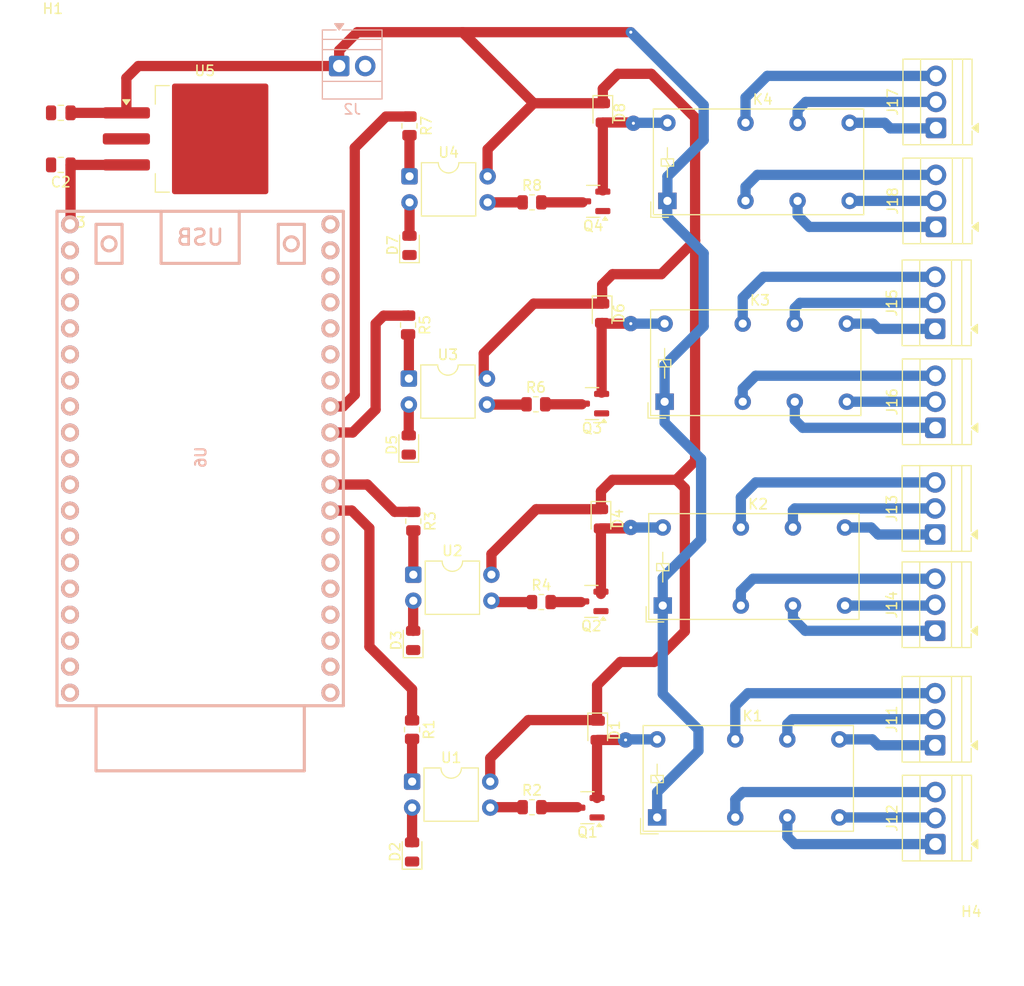
<source format=kicad_pcb>
(kicad_pcb (version 20241229) (generator "pcbnew") (generator_version "9.0")
  (layers (0 "F.Cu" signal) (2 "B.Cu" signal) (13 "F.Paste" user) (15 "B.Paste" user) (5 "F.SilkS" user "F.Silkscreen") (7 "B.SilkS" user "B.Silkscreen") (1 "F.Mask" user) (3 "B.Mask" user) (25 "Edge.Cuts" user))
  (net 0 "")
  (net 1 "Net-(D1-A)")
  (net 2 "Net-(D2-A)")
  (net 3 "GND")
  (net 4 "Net-(D3-A)")
  (net 5 "Net-(D4-A)")
  (net 6 "Net-(D5-A)")
  (net 7 "Net-(D6-A)")
  (net 8 "Net-(D7-A)")
  (net 9 "Net-(D8-A)")
  (net 10 "Net-(Q1-B)")
  (net 11 "Net-(Q2-B)")
  (net 12 "Net-(Q3-B)")
  (net 13 "Net-(Q4-B)")
  (net 14 "Net-(R1-Pad2)")
  (net 15 "Net-(R2-Pad1)")
  (net 16 "Net-(R3-Pad2)")
  (net 17 "Net-(R4-Pad1)")
  (net 18 "Net-(R5-Pad2)")
  (net 19 "Net-(R6-Pad1)")
  (net 20 "Net-(R7-Pad2)")
  (net 21 "Net-(R8-Pad1)")
  (net 22 "+5V")
  (net 23 "+12V")
  (net 24 "NC-1-11")
  (net 25 "NO-2-12")
  (net 26 "NC-2-13")
  (net 27 "CO-2-13")
  (net 28 "NO-2-13")
  (net 29 "NC-1-14")
  (net 30 "NO-1-14")
  (net 31 "CO-1-14")
  (net 32 "NC-2-15")
  (net 33 "CO-2-15")
  (net 34 "NO-2-15")
  (net 35 "NC-1-16")
  (net 36 "NO-1-16")
  (net 37 "CO-1-16")
  (net 38 "NO-2-17")
  (net 39 "NC-2-17")
  (net 40 "CO-2-17")
  (net 41 "NO-1-18")
  (net 42 "CO-1-18")
  (net 43 "NC-1-18")
  (net 44 "NC-2-12")
  (net 45 "CO-2-12")
  (net 46 "DATO K1")
  (net 47 "DATO K2")
  (net 48 "DATO K3")
  (net 49 "DATO K4")
  (net 80 "NO-1-11")
  (net 81 "CO-1-11")
  (footprint "TerminalBlock:TerminalBlock_Xinya_XY308-2.54-3P_1x03_P2.54mm_Horizontal" (layer "F.Cu") (at 119.0975 165.613 90)
    (property "Reference" "J11" (at 2.54 -4.22 90) (layer "F.SilkS"))
    (property "Value" "Screw_Terminal_01x03")
    (pad "1" thru_hole roundrect (at 0 0 90) (size 2 2) (drill 1.2) (layers "*.Cu" "*.Mask") (roundrect_rratio 0.125) (net 25 "NO-2-12"))
    (pad "2" thru_hole circle (at 2.54 0 90) (size 2 2) (drill 1.2) (layers "*.Cu" "*.Mask") (net 44 "NC-2-12"))
    (pad "3" thru_hole circle (at 5.08 0 90) (size 2 2) (drill 1.2) (layers "*.Cu" "*.Mask") (net 45 "CO-2-12"))
  )
  (footprint "Relay_THT:Relay_DPDT_Finder_30.22" (layer "F.Cu") (at 92.5285 151.9775)
    (property "Reference" "K2" (at 9.3 -9.9 0) (layer "F.SilkS"))
    (property "Value" "HK19F-DCxxV-SHC")
    (pad "11" thru_hole circle (at 7.62 0 90) (size 1.6 1.6) (drill 0.8) (layers "*.Cu" "*.Mask") (net 31 "CO-1-14"))
    (pad "12" thru_hole circle (at 12.7 0 90) (size 1.6 1.6) (drill 0.8) (layers "*.Cu" "*.Mask") (net 29 "NC-1-14"))
    (pad "14" thru_hole circle (at 17.78 0 90) (size 1.6 1.6) (drill 0.8) (layers "*.Cu" "*.Mask") (net 30 "NO-1-14"))
    (pad "21" thru_hole circle (at 7.62 -7.62 90) (size 1.6 1.6) (drill 0.8) (layers "*.Cu" "*.Mask") (net 27 "CO-2-13"))
    (pad "22" thru_hole circle (at 12.7 -7.62 90) (size 1.6 1.6) (drill 0.8) (layers "*.Cu" "*.Mask") (net 26 "NC-2-13"))
    (pad "24" thru_hole circle (at 17.78 -7.62 180) (size 1.6 1.6) (drill 0.8) (layers "*.Cu" "*.Mask") (net 28 "NO-2-13"))
    (pad "A1" thru_hole rect (at 0 0 90) (size 1.6 1.8) (drill 0.8) (layers "*.Cu" "*.Mask") (net 23 "+12V"))
    (pad "A2" thru_hole circle (at 0 -7.62 90) (size 1.6 1.6) (drill 0.8) (layers "*.Cu" "*.Mask") (net 5 "Net-(D4-A)"))
  )
  (footprint "TerminalBlock:TerminalBlock_Xinya_XY308-2.54-3P_1x03_P2.54mm_Horizontal" (layer "F.Cu") (at 119.0975 145.039 90)
    (property "Reference" "J13" (at 2.54 -4.22 90) (layer "F.SilkS"))
    (property "Value" "Screw_Terminal_01x03")
    (pad "1" thru_hole roundrect (at 0 0 90) (size 2 2) (drill 1.2) (layers "*.Cu" "*.Mask") (roundrect_rratio 0.125) (net 28 "NO-2-13"))
    (pad "2" thru_hole circle (at 2.54 0 90) (size 2 2) (drill 1.2) (layers "*.Cu" "*.Mask") (net 26 "NC-2-13"))
    (pad "3" thru_hole circle (at 5.08 0 90) (size 2 2) (drill 1.2) (layers "*.Cu" "*.Mask") (net 27 "CO-2-13"))
  )
  (footprint "TerminalBlock:TerminalBlock_Xinya_XY308-2.54-3P_1x03_P2.54mm_Horizontal" (layer "F.Cu") (at 119.0975 154.437 90)
    (property "Reference" "J14" (at 2.54 -4.22 90) (layer "F.SilkS"))
    (property "Value" "Screw_Terminal_01x03")
    (pad "1" thru_hole roundrect (at 0 0 90) (size 2 2) (drill 1.2) (layers "*.Cu" "*.Mask") (roundrect_rratio 0.125) (net 29 "NC-1-14"))
    (pad "2" thru_hole circle (at 2.54 0 90) (size 2 2) (drill 1.2) (layers "*.Cu" "*.Mask") (net 30 "NO-1-14"))
    (pad "3" thru_hole circle (at 5.08 0 90) (size 2 2) (drill 1.2) (layers "*.Cu" "*.Mask") (net 31 "CO-1-14"))
  )
  (footprint "Diode_SMD:D_0805_2012Metric" (layer "F.Cu") (at 86.68125 103.886 -90)
    (property "Reference" "D8" (at 0 -1.65 90) (layer "F.SilkS"))
    (property "Value" "D")
    (pad "1" smd roundrect (at -0.9375 0 270) (size 0.975 1.4) (layers "F.Cu" "F.Mask" "F.Paste") (net 23 "+12V"))
    (pad "2" smd roundrect (at 0.9375 0 270) (size 0.975 1.4) (layers "F.Cu" "F.Mask" "F.Paste") (net 9 "Net-(D8-A)"))
  )
  (footprint "TerminalBlock:TerminalBlock_Xinya_XY308-2.54-3P_1x03_P2.54mm_Horizontal" (layer "F.Cu") (at 119.18125 115.0175 90)
    (property "Reference" "J18" (at 2.54 -4.22 90) (layer "F.SilkS"))
    (property "Value" "Screw_Terminal_01x03")
    (pad "1" thru_hole roundrect (at 0 0 90) (size 2 2) (drill 1.2) (layers "*.Cu" "*.Mask") (roundrect_rratio 0.125) (net 43 "NC-1-18"))
    (pad "2" thru_hole circle (at 2.54 0 90) (size 2 2) (drill 1.2) (layers "*.Cu" "*.Mask") (net 41 "NO-1-18"))
    (pad "3" thru_hole circle (at 5.08 0 90) (size 2 2) (drill 1.2) (layers "*.Cu" "*.Mask") (net 42 "CO-1-18"))
  )
  (footprint "Package_DIP:DIP-4_W7.62mm" (layer "F.Cu") (at 68.19375 148.965)
    (property "Reference" "U2" (at 3.81 -2.33 0) (layer "F.SilkS"))
    (property "Value" "EL817")
    (pad "1" thru_hole roundrect (at 0 0) (size 1.6 1.6) (drill 0.8) (layers "*.Cu" "*.Mask") (roundrect_rratio 0.15625) (net 16 "Net-(R3-Pad2)"))
    (pad "2" thru_hole circle (at 0 2.54) (size 1.6 1.6) (drill 0.8) (layers "*.Cu" "*.Mask") (net 4 "Net-(D3-A)"))
    (pad "3" thru_hole circle (at 7.62 2.54) (size 1.6 1.6) (drill 0.8) (layers "*.Cu" "*.Mask") (net 17 "Net-(R4-Pad1)"))
    (pad "4" thru_hole circle (at 7.62 0) (size 1.6 1.6) (drill 0.8) (layers "*.Cu" "*.Mask") (net 23 "+12V"))
  )
  (footprint "Package_TO_SOT_SMD:SOT-23" (layer "F.Cu") (at 85.56125 151.572 180)
    (property "Reference" "Q2" (at 0 -2.4 0) (layer "F.SilkS"))
    (property "Value" "BF457")
    (pad "1" smd roundrect (at -0.9375 -0.95 180) (size 1.475 0.6) (layers "F.Cu" "F.Mask" "F.Paste") (net 3 "GND"))
    (pad "2" smd roundrect (at -0.9375 0.95 180) (size 1.475 0.6) (layers "F.Cu" "F.Mask" "F.Paste") (net 5 "Net-(D4-A)"))
    (pad "3" smd roundrect (at 0.9375 0 180) (size 1.475 0.6) (layers "F.Cu" "F.Mask" "F.Paste") (net 11 "Net-(Q2-B)"))
  )
  (footprint "Relay_THT:Relay_DPDT_Finder_30.22" (layer "F.Cu") (at 92.98125 112.4775)
    (property "Reference" "K4" (at 9.3 -9.9 0) (layer "F.SilkS"))
    (property "Value" "HK19F-DCxxV-SHC")
    (pad "11" thru_hole circle (at 7.62 0 90) (size 1.6 1.6) (drill 0.8) (layers "*.Cu" "*.Mask") (net 42 "CO-1-18"))
    (pad "12" thru_hole circle (at 12.7 0 90) (size 1.6 1.6) (drill 0.8) (layers "*.Cu" "*.Mask") (net 43 "NC-1-18"))
    (pad "14" thru_hole circle (at 17.78 0 90) (size 1.6 1.6) (drill 0.8) (layers "*.Cu" "*.Mask") (net 41 "NO-1-18"))
    (pad "21" thru_hole circle (at 7.62 -7.62 90) (size 1.6 1.6) (drill 0.8) (layers "*.Cu" "*.Mask") (net 40 "CO-2-17"))
    (pad "22" thru_hole circle (at 12.7 -7.62 90) (size 1.6 1.6) (drill 0.8) (layers "*.Cu" "*.Mask") (net 39 "NC-2-17"))
    (pad "24" thru_hole circle (at 17.78 -7.62 180) (size 1.6 1.6) (drill 0.8) (layers "*.Cu" "*.Mask") (net 38 "NO-2-17"))
    (pad "A1" thru_hole rect (at 0 0 90) (size 1.6 1.8) (drill 0.8) (layers "*.Cu" "*.Mask") (net 23 "+12V"))
    (pad "A2" thru_hole circle (at 0 -7.62 90) (size 1.6 1.6) (drill 0.8) (layers "*.Cu" "*.Mask") (net 9 "Net-(D8-A)"))
  )
  (footprint "TerminalBlock:TerminalBlock_Xinya_XY308-2.54-3P_1x03_P2.54mm_Horizontal" (layer "F.Cu") (at 119.0975 124.968 90)
    (property "Reference" "J15" (at 2.54 -4.22 90) (layer "F.SilkS"))
    (property "Value" "Screw_Terminal_01x03")
    (pad "1" thru_hole roundrect (at 0 0 90) (size 2 2) (drill 1.2) (layers "*.Cu" "*.Mask") (roundrect_rratio 0.125) (net 34 "NO-2-15"))
    (pad "2" thru_hole circle (at 2.54 0 90) (size 2 2) (drill 1.2) (layers "*.Cu" "*.Mask") (net 32 "NC-2-15"))
    (pad "3" thru_hole circle (at 5.08 0 90) (size 2 2) (drill 1.2) (layers "*.Cu" "*.Mask") (net 33 "CO-2-15"))
  )
  (footprint "TerminalBlock:TerminalBlock_Xinya_XY308-2.54-3P_1x03_P2.54mm_Horizontal" (layer "F.Cu") (at 119.126 134.625 90)
    (property "Reference" "J16" (at 2.54 -4.22 90) (layer "F.SilkS"))
    (property "Value" "Screw_Terminal_01x03")
    (pad "1" thru_hole roundrect (at 0 0 90) (size 2 2) (drill 1.2) (layers "*.Cu" "*.Mask") (roundrect_rratio 0.125) (net 35 "NC-1-16"))
    (pad "2" thru_hole circle (at 2.54 0 90) (size 2 2) (drill 1.2) (layers "*.Cu" "*.Mask") (net 36 "NO-1-16"))
    (pad "3" thru_hole circle (at 5.08 0 90) (size 2 2) (drill 1.2) (layers "*.Cu" "*.Mask") (net 37 "CO-1-16"))
  )
  (footprint "TerminalBlock:TerminalBlock_Xinya_XY308-2.54-3P_1x03_P2.54mm_Horizontal" (layer "F.Cu") (at 119.126 175.26 90)
    (property "Reference" "J12" (at 2.54 -4.22 90) (layer "F.SilkS"))
    (property "Value" "Screw_Terminal_01x03")
    (pad "1" thru_hole roundrect (at 0 0 90) (size 2 2) (drill 1.2) (layers "*.Cu" "*.Mask") (roundrect_rratio 0.125) (net 24 "NC-1-11"))
    (pad "2" thru_hole circle (at 2.54 0 90) (size 2 2) (drill 1.2) (layers "*.Cu" "*.Mask") (net 80 "NO-1-11"))
    (pad "3" thru_hole circle (at 5.08 0 90) (size 2 2) (drill 1.2) (layers "*.Cu" "*.Mask") (net 81 "CO-1-11"))
  )
  (footprint "Capacitor_SMD:C_0805_2012Metric" (layer "F.Cu") (at 33.804 108.966 180)
    (property "Reference" "C2" (at 0 -1.68 0) (layer "F.SilkS"))
    (property "Value" "0.1")
    (pad "1" smd roundrect (at -0.95 0 180) (size 1 1.45) (layers "F.Cu" "F.Mask" "F.Paste") (net 22 "+5V"))
    (pad "2" smd roundrect (at 0.95 0 180) (size 1 1.45) (layers "F.Cu" "F.Mask" "F.Paste") (net 3 "GND"))
  )
  (footprint "LED_SMD:LED_0805_2012Metric" (layer "F.Cu") (at 67.818 116.8225 90)
    (property "Reference" "D7" (at 0 -1.65 90) (layer "F.SilkS"))
    (property "Value" "LED")
    (pad "1" smd roundrect (at -0.9375 0 90) (size 0.975 1.4) (layers "F.Cu" "F.Mask" "F.Paste") (net 3 "GND"))
    (pad "2" smd roundrect (at 0.9375 0 90) (size 0.975 1.4) (layers "F.Cu" "F.Mask" "F.Paste") (net 8 "Net-(D7-A)"))
  )
  (footprint "LED_SMD:LED_0805_2012Metric" (layer "F.Cu") (at 68.1775 155.38 90)
    (property "Reference" "D3" (at 0 -1.65 90) (layer "F.SilkS"))
    (property "Value" "LED")
    (pad "1" smd roundrect (at -0.9375 0 90) (size 0.975 1.4) (layers "F.Cu" "F.Mask" "F.Paste") (net 3 "GND"))
    (pad "2" smd roundrect (at 0.9375 0 90) (size 0.975 1.4) (layers "F.Cu" "F.Mask" "F.Paste") (net 4 "Net-(D3-A)"))
  )
  (footprint "Resistor_SMD:R_0805_2012Metric" (layer "F.Cu") (at 79.76875 112.6225)
    (property "Reference" "R8" (at 0 -1.65 0) (layer "F.SilkS"))
    (property "Value" "510")
    (pad "1" smd roundrect (at -0.9125 0) (size 1.025 1.4) (layers "F.Cu" "F.Mask" "F.Paste") (roundrect_rratio 0.243902) (net 21 "Net-(R8-Pad1)"))
    (pad "2" smd roundrect (at 0.9125 0) (size 1.025 1.4) (layers "F.Cu" "F.Mask" "F.Paste") (roundrect_rratio 0.243902) (net 13 "Net-(Q4-B)"))
  )
  (footprint "MountingHole:MountingHole_2.1mm" (layer "F.Cu") (at 122.6275 185.0525)
    (property "Reference" "H4" (at 0 -3.2 0) (layer "F.SilkS"))
    (property "Value" "MountingHole")
    (pad "" np_thru_hole circle (at 0 0) (size 2.1 2.1) (drill 2.1) (layers "*.Cu" "*.Mask"))
  )
  (footprint "Diode_SMD:D_0805_2012Metric" (layer "F.Cu") (at 86.614 123.444 -90)
    (property "Reference" "D6" (at 0 -1.65 90) (layer "F.SilkS"))
    (property "Value" "D")
    (pad "1" smd roundrect (at -0.9375 0 270) (size 0.975 1.4) (layers "F.Cu" "F.Mask" "F.Paste") (net 23 "+12V"))
    (pad "2" smd roundrect (at 0.9375 0 270) (size 0.975 1.4) (layers "F.Cu" "F.Mask" "F.Paste") (net 7 "Net-(D6-A)"))
  )
  (footprint "Resistor_SMD:R_0805_2012Metric" (layer "F.Cu") (at 80.68125 151.638)
    (property "Reference" "R4" (at 0 -1.65 0) (layer "F.SilkS"))
    (property "Value" "510")
    (pad "1" smd roundrect (at -0.9125 0) (size 1.025 1.4) (layers "F.Cu" "F.Mask" "F.Paste") (roundrect_rratio 0.243902) (net 17 "Net-(R4-Pad1)"))
    (pad "2" smd roundrect (at 0.9125 0) (size 1.025 1.4) (layers "F.Cu" "F.Mask" "F.Paste") (roundrect_rratio 0.243902) (net 11 "Net-(Q2-B)"))
  )
  (footprint "Package_TO_SOT_SMD:SOT-23" (layer "F.Cu") (at 85.74375 112.522 180)
    (property "Reference" "Q4" (at 0 -2.4 0) (layer "F.SilkS"))
    (property "Value" "BF457")
    (pad "1" smd roundrect (at -0.9375 -0.95 180) (size 1.475 0.6) (layers "F.Cu" "F.Mask" "F.Paste") (net 3 "GND"))
    (pad "2" smd roundrect (at -0.9375 0.95 180) (size 1.475 0.6) (layers "F.Cu" "F.Mask" "F.Paste") (net 9 "Net-(D8-A)"))
    (pad "3" smd roundrect (at 0.9375 0 180) (size 1.475 0.6) (layers "F.Cu" "F.Mask" "F.Paste") (net 13 "Net-(Q4-B)"))
  )
  (footprint "Package_DIP:DIP-4_W7.62mm" (layer "F.Cu") (at 67.75875 129.82)
    (property "Reference" "U3" (at 3.805 -2.325 0) (layer "F.SilkS"))
    (property "Value" "EL817")
    (pad "1" thru_hole roundrect (at 0 0) (size 1.6 1.6) (drill 0.8) (layers "*.Cu" "*.Mask") (roundrect_rratio 0.15625) (net 18 "Net-(R5-Pad2)"))
    (pad "2" thru_hole circle (at 0 2.54) (size 1.6 1.6) (drill 0.8) (layers "*.Cu" "*.Mask") (net 6 "Net-(D5-A)"))
    (pad "3" thru_hole circle (at 7.62 2.54) (size 1.6 1.6) (drill 0.8) (layers "*.Cu" "*.Mask") (net 19 "Net-(R6-Pad1)"))
    (pad "4" thru_hole circle (at 7.62 0) (size 1.6 1.6) (drill 0.8) (layers "*.Cu" "*.Mask") (net 23 "+12V"))
  )
  (footprint "LED_SMD:LED_0805_2012Metric" (layer "F.Cu") (at 68.072 176.022 90)
    (property "Reference" "D2" (at 0 -1.65 90) (layer "F.SilkS"))
    (property "Value" "LED")
    (pad "1" smd roundrect (at -0.9375 0 90) (size 0.975 1.4) (layers "F.Cu" "F.Mask" "F.Paste") (net 3 "GND"))
    (pad "2" smd roundrect (at 0.9375 0 90) (size 0.975 1.4) (layers "F.Cu" "F.Mask" "F.Paste") (net 2 "Net-(D2-A)"))
  )
  (footprint "Resistor_SMD:R_0805_2012Metric" (layer "F.Cu") (at 67.68125 124.595 -90)
    (property "Reference" "R5" (at 0 -1.65 90) (layer "F.SilkS"))
    (property "Value" "1k")
    (pad "1" smd roundrect (at -0.9125 0 270) (size 1.025 1.4) (layers "F.Cu" "F.Mask" "F.Paste") (roundrect_rratio 0.243902) (net 48 "DATO K3"))
    (pad "2" smd roundrect (at 0.9125 0 270) (size 1.025 1.4) (layers "F.Cu" "F.Mask" "F.Paste") (roundrect_rratio 0.243902) (net 18 "Net-(R5-Pad2)"))
  )
  (footprint "Relay_THT:Relay_DPDT_Finder_30.22" (layer "F.Cu") (at 92.71 132.08)
    (property "Reference" "K3" (at 9.3 -9.9 0) (layer "F.SilkS"))
    (property "Value" "HK19F-DCxxV-SHC")
    (pad "11" thru_hole circle (at 7.62 0 90) (size 1.6 1.6) (drill 0.8) (layers "*.Cu" "*.Mask") (net 37 "CO-1-16"))
    (pad "12" thru_hole circle (at 12.7 0 90) (size 1.6 1.6) (drill 0.8) (layers "*.Cu" "*.Mask") (net 35 "NC-1-16"))
    (pad "14" thru_hole circle (at 17.78 0 90) (size 1.6 1.6) (drill 0.8) (layers "*.Cu" "*.Mask") (net 36 "NO-1-16"))
    (pad "21" thru_hole circle (at 7.62 -7.62 90) (size 1.6 1.6) (drill 0.8) (layers "*.Cu" "*.Mask") (net 33 "CO-2-15"))
    (pad "22" thru_hole circle (at 12.7 -7.62 90) (size 1.6 1.6) (drill 0.8) (layers "*.Cu" "*.Mask") (net 32 "NC-2-15"))
    (pad "24" thru_hole circle (at 17.78 -7.62 180) (size 1.6 1.6) (drill 0.8) (layers "*.Cu" "*.Mask") (net 34 "NO-2-15"))
    (pad "A1" thru_hole rect (at 0 0 90) (size 1.6 1.8) (drill 0.8) (layers "*.Cu" "*.Mask") (net 23 "+12V"))
    (pad "A2" thru_hole circle (at 0 -7.62 90) (size 1.6 1.6) (drill 0.8) (layers "*.Cu" "*.Mask") (net 7 "Net-(D6-A)"))
  )
  (footprint "TerminalBlock:TerminalBlock_Xinya_XY308-2.54-3P_1x03_P2.54mm_Horizontal" (layer "F.Cu") (at 119.18125 105.3575 90)
    (property "Reference" "J17" (at 2.54 -4.22 90) (layer "F.SilkS"))
    (property "Value" "Screw_Terminal_01x03" (hide yes))
    (pad "1" thru_hole roundrect (at 0 0 90) (size 2 2) (drill 1.2) (layers "*.Cu" "*.Mask") (roundrect_rratio 0.125) (net 38 "NO-2-17"))
    (pad "2" thru_hole circle (at 2.54 0 90) (size 2 2) (drill 1.2) (layers "*.Cu" "*.Mask") (net 39 "NC-2-17"))
    (pad "3" thru_hole circle (at 5.08 0 90) (size 2 2) (drill 1.2) (layers "*.Cu" "*.Mask") (net 40 "CO-2-17"))
  )
  (footprint "Resistor_SMD:R_0805_2012Metric" (layer "F.Cu") (at 67.818 105.156 -90)
    (property "Reference" "R7" (at 0 -1.65 90) (layer "F.SilkS"))
    (property "Value" "1k")
    (pad "1" smd roundrect (at -0.9125 0 270) (size 1.025 1.4) (layers "F.Cu" "F.Mask" "F.Paste") (roundrect_rratio 0.243902) (net 49 "DATO K4"))
    (pad "2" smd roundrect (at 0.9125 0 270) (size 1.025 1.4) (layers "F.Cu" "F.Mask" "F.Paste") (roundrect_rratio 0.243902) (net 20 "Net-(R7-Pad2)"))
  )
  (footprint "Package_TO_SOT_SMD:TO-263-3_TabPin2" (layer "F.Cu") (at 47.849 106.426)
    (property "Reference" "U5" (at 0 -6.65 0) (layer "F.SilkS"))
    (property "Value" "L7805")
    (pad "1" smd roundrect (at -7.65 -2.54) (size 4.6 1.1) (layers "F.Cu" "F.Mask" "F.Paste") (roundrect_rratio 0.227273) (net 23 "+12V"))
    (pad "2" smd roundrect (at -7.65 0) (size 4.6 1.1) (layers "F.Cu" "F.Mask" "F.Paste") (roundrect_rratio 0.227273) (net 3 "GND"))
    (pad "2" smd roundrect (at 1.5 0) (size 9.4 10.8) (layers "F.Cu" "F.Mask") (roundrect_rratio 0.026596) (net 3 "GND"))
    (pad "3" smd roundrect (at -7.65 2.54) (size 4.6 1.1) (layers "F.Cu" "F.Mask" "F.Paste") (roundrect_rratio 0.227273) (net 22 "+5V"))
  )
  (footprint "Resistor_SMD:R_0805_2012Metric" (layer "F.Cu") (at 68.19375 143.74 -90)
    (property "Reference" "R3" (at 0 -1.65 90) (layer "F.SilkS"))
    (property "Value" "1k")
    (pad "1" smd roundrect (at -0.9125 0 270) (size 1.025 1.4) (layers "F.Cu" "F.Mask" "F.Paste") (roundrect_rratio 0.243902) (net 47 "DATO K2"))
    (pad "2" smd roundrect (at 0.9125 0 270) (size 1.025 1.4) (layers "F.Cu" "F.Mask" "F.Paste") (roundrect_rratio 0.243902) (net 16 "Net-(R3-Pad2)"))
  )
  (footprint "LED_SMD:LED_0805_2012Metric" (layer "F.Cu") (at 67.7475 136.3025 90)
    (property "Reference" "D5" (at 0 -1.65 90) (layer "F.SilkS"))
    (property "Value" "LED")
    (pad "1" smd roundrect (at -0.9375 0 90) (size 0.975 1.4) (layers "F.Cu" "F.Mask" "F.Paste") (net 3 "GND"))
    (pad "2" smd roundrect (at 0.9375 0 90) (size 0.975 1.4) (layers "F.Cu" "F.Mask" "F.Paste") (net 6 "Net-(D5-A)"))
  )
  (footprint "Capacitor_SMD:C_0805_2012Metric" (layer "F.Cu") (at 33.804 103.886 180)
    (property "Reference" "C1" (hide yes))
    (property "Value" "0.33")
    (pad "1" smd roundrect (at -0.95 0 180) (size 1 1.45) (layers "F.Cu" "F.Mask" "F.Paste") (net 23 "+12V"))
    (pad "2" smd roundrect (at 0.95 0 180) (size 1 1.45) (layers "F.Cu" "F.Mask" "F.Paste") (net 3 "GND"))
  )
  (footprint "Package_TO_SOT_SMD:SOT-23" (layer "F.Cu") (at 85.62625 132.268 180)
    (property "Reference" "Q3" (at 0 -2.4 0) (layer "F.SilkS"))
    (property "Value" "BF457")
    (pad "1" smd roundrect (at -0.9375 -0.95 180) (size 1.475 0.6) (layers "F.Cu" "F.Mask" "F.Paste") (net 3 "GND"))
    (pad "2" smd roundrect (at -0.9375 0.95 180) (size 1.475 0.6) (layers "F.Cu" "F.Mask" "F.Paste") (net 7 "Net-(D6-A)"))
    (pad "3" smd roundrect (at 0.9375 0 180) (size 1.475 0.6) (layers "F.Cu" "F.Mask" "F.Paste") (net 12 "Net-(Q3-B)"))
  )
  (footprint "Resistor_SMD:R_0805_2012Metric" (layer "F.Cu") (at 80.15125 132.334)
    (property "Reference" "R6" (at 0 -1.65 0) (layer "F.SilkS"))
    (property "Value" "510")
    (pad "1" smd roundrect (at -0.9125 0) (size 1.025 1.4) (layers "F.Cu" "F.Mask" "F.Paste") (roundrect_rratio 0.243902) (net 19 "Net-(R6-Pad1)"))
    (pad "2" smd roundrect (at 0.9125 0) (size 1.025 1.4) (layers "F.Cu" "F.Mask" "F.Paste") (roundrect_rratio 0.243902) (net 12 "Net-(Q3-B)"))
  )
  (footprint "Diode_SMD:D_0805_2012Metric" (layer "F.Cu") (at 86.49875 143.51 -90)
    (property "Reference" "D4" (at 0 -1.65 90) (layer "F.SilkS"))
    (property "Value" "D")
    (pad "1" smd roundrect (at -0.9375 0 270) (size 0.975 1.4) (layers "F.Cu" "F.Mask" "F.Paste") (net 23 "+12V"))
    (pad "2" smd roundrect (at 0.9375 0 270) (size 0.975 1.4) (layers "F.Cu" "F.Mask" "F.Paste") (net 5 "Net-(D4-A)"))
  )
  (footprint "Resistor_SMD:R_0805_2012Metric" (layer "F.Cu") (at 79.76875 171.6575)
    (property "Reference" "R2" (at 0 -1.65 0) (layer "F.SilkS"))
    (property "Value" "510")
    (pad "1" smd roundrect (at -0.9125 0) (size 1.025 1.4) (layers "F.Cu" "F.Mask" "F.Paste") (roundrect_rratio 0.243902) (net 15 "Net-(R2-Pad1)"))
    (pad "2" smd roundrect (at 0.9125 0) (size 1.025 1.4) (layers "F.Cu" "F.Mask" "F.Paste") (roundrect_rratio 0.243902) (net 10 "Net-(Q1-B)"))
  )
  (footprint "Relay_THT:Relay_DPDT_Finder_30.22" (layer "F.Cu") (at 91.98125 172.6575)
    (property "Reference" "K1" (at 9.3 -9.9 0) (layer "F.SilkS"))
    (property "Value" "HK19F-DCxxV-SHC")
    (pad "11" thru_hole circle (at 7.62 0 90) (size 1.6 1.6) (drill 0.8) (layers "*.Cu" "*.Mask") (net 81 "CO-1-11"))
    (pad "12" thru_hole circle (at 12.7 0 90) (size 1.6 1.6) (drill 0.8) (layers "*.Cu" "*.Mask") (net 24 "NC-1-11"))
    (pad "14" thru_hole circle (at 17.78 0 90) (size 1.6 1.6) (drill 0.8) (layers "*.Cu" "*.Mask") (net 80 "NO-1-11"))
    (pad "21" thru_hole circle (at 7.62 -7.62 90) (size 1.6 1.6) (drill 0.8) (layers "*.Cu" "*.Mask") (net 45 "CO-2-12"))
    (pad "22" thru_hole circle (at 12.7 -7.62 90) (size 1.6 1.6) (drill 0.8) (layers "*.Cu" "*.Mask") (net 44 "NC-2-12"))
    (pad "24" thru_hole circle (at 17.78 -7.62 180) (size 1.6 1.6) (drill 0.8) (layers "*.Cu" "*.Mask") (net 25 "NO-2-12"))
    (pad "A1" thru_hole rect (at 0 0 90) (size 1.6 1.8) (drill 0.8) (layers "*.Cu" "*.Mask") (net 23 "+12V"))
    (pad "A2" thru_hole circle (at 0 -7.62 90) (size 1.6 1.6) (drill 0.8) (layers "*.Cu" "*.Mask") (net 1 "Net-(D1-A)"))
  )
  (footprint "Diode_SMD:D_0805_2012Metric" (layer "F.Cu") (at 86.18125 164.1575 -90)
    (property "Reference" "D1" (at 0 -1.65 90) (layer "F.SilkS"))
    (property "Value" "D")
    (pad "1" smd roundrect (at -0.9375 0 270) (size 0.975 1.4) (layers "F.Cu" "F.Mask" "F.Paste") (net 23 "+12V"))
    (pad "2" smd roundrect (at 0.9375 0 270) (size 0.975 1.4) (layers "F.Cu" "F.Mask" "F.Paste") (net 1 "Net-(D1-A)"))
  )
  (footprint "MountingHole:MountingHole_2.1mm" (layer "F.Cu") (at 33.02 96.9185)
    (property "Reference" "H1" (at 0 -3.2 0) (layer "F.SilkS"))
    (property "Value" "MountingHole")
    (pad "" np_thru_hole circle (at 0 0) (size 2.1 2.1) (drill 2.1) (layers "*.Cu" "*.Mask"))
  )
  (footprint "Package_DIP:DIP-4_W7.62mm" (layer "F.Cu") (at 67.823 110.0825)
    (property "Reference" "U4" (at 3.81 -2.33 0) (layer "F.SilkS"))
    (property "Value" "EL817" (hide yes))
    (pad "1" thru_hole roundrect (at 0 0) (size 1.6 1.6) (drill 0.8) (layers "*.Cu" "*.Mask") (roundrect_rratio 0.15625) (net 20 "Net-(R7-Pad2)"))
    (pad "2" thru_hole circle (at 0 2.54) (size 1.6 1.6) (drill 0.8) (layers "*.Cu" "*.Mask") (net 8 "Net-(D7-A)"))
    (pad "3" thru_hole circle (at 7.62 2.54) (size 1.6 1.6) (drill 0.8) (layers "*.Cu" "*.Mask") (net 21 "Net-(R8-Pad1)"))
    (pad "4" thru_hole circle (at 7.62 0) (size 1.6 1.6) (drill 0.8) (layers "*.Cu" "*.Mask") (net 23 "+12V"))
  )
  (footprint "MountingHole:MountingHole_2.1mm" (layer "F.Cu") (at 33.6175 185.0825)
    (property "Reference" "H3" (at 1.6225 -70.5125 0) (layer "F.SilkS"))
    (property "Value" "MountingHole")
    (pad "" np_thru_hole circle (at 0 0) (size 2.1 2.1) (drill 2.1) (layers "*.Cu" "*.Mask"))
  )
  (footprint "Package_TO_SOT_SMD:SOT-23" (layer "F.Cu") (at 85.18125 171.7075 180)
    (property "Reference" "Q1" (at 0 -2.4 0) (layer "F.SilkS"))
    (property "Value" "BF457")
    (pad "1" smd roundrect (at -0.9375 -0.95 180) (size 1.475 0.6) (layers "F.Cu" "F.Mask" "F.Paste") (net 3 "GND"))
    (pad "2" smd roundrect (at -0.9375 0.95 180) (size 1.475 0.6) (layers "F.Cu" "F.Mask" "F.Paste") (net 1 "Net-(D1-A)"))
    (pad "3" smd roundrect (at 0.9375 0 180) (size 1.475 0.6) (layers "F.Cu" "F.Mask" "F.Paste") (net 10 "Net-(Q1-B)"))
  )
  (footprint "Package_DIP:DIP-4_W7.62mm" (layer "F.Cu") (at 68.077 169.159)
    (property "Reference" "U1" (at 3.81 -2.33 0) (layer "F.SilkS"))
    (property "Value" "EL817")
    (pad "1" thru_hole roundrect (at 0 0) (size 1.6 1.6) (drill 0.8) (layers "*.Cu" "*.Mask") (roundrect_rratio 0.15625) (net 14 "Net-(R1-Pad2)"))
    (pad "2" thru_hole circle (at 0 2.54) (size 1.6 1.6) (drill 0.8) (layers "*.Cu" "*.Mask") (net 2 "Net-(D2-A)"))
    (pad "3" thru_hole circle (at 7.62 2.54) (size 1.6 1.6) (drill 0.8) (layers "*.Cu" "*.Mask") (net 15 "Net-(R2-Pad1)"))
    (pad "4" thru_hole circle (at 7.62 0) (size 1.6 1.6) (drill 0.8) (layers "*.Cu" "*.Mask") (net 23 "+12V"))
  )
  (footprint "Resistor_SMD:R_0805_2012Metric" (layer "F.Cu") (at 68.072 164.084 -90)
    (property "Reference" "R1" (at 0 -1.65 90) (layer "F.SilkS"))
    (property "Value" "1k")
    (pad "1" smd roundrect (at -0.9125 0 270) (size 1.025 1.4) (layers "F.Cu" "F.Mask" "F.Paste") (roundrect_rratio 0.243902) (net 46 "DATO K1"))
    (pad "2" smd roundrect (at 0.9125 0 270) (size 1.025 1.4) (layers "F.Cu" "F.Mask" "F.Paste") (roundrect_rratio 0.243902) (net 14 "Net-(R1-Pad2)"))
  )
  (footprint "EESTN5:ESP32_DEVKITC" (layer "B.Cu") (at 47.4 137.625 90)
    (property "Reference" "U6" (at 0.127 0.0635 90) (layer "B.SilkS") (effects (font (size 1.016 1.016) (thickness 0.2032)) (justify mirror)))
    (property "Value" "ESP32_DEVKITC" (hide yes))
    (fp_text user "USB" (at 21.59 0 0) (layer "B.SilkS") (effects (font (size 1.524 1.524) (thickness 0.254)) (justify mirror)))
    (pad "1" thru_hole circle (at -22.86 -12.7 90) (size 1.75 1.75) (drill 1) (layers "*.Cu" "*.Mask" "B.SilkS"))
    (pad "2" thru_hole circle (at -20.32 -12.7 90) (size 1.75 1.75) (drill 1) (layers "*.Cu" "*.Mask" "B.SilkS"))
    (pad "3" thru_hole circle (at -17.78 -12.7 90) (size 1.75 1.75) (drill 1) (layers "*.Cu" "*.Mask" "B.SilkS"))
    (pad "4" thru_hole circle (at -15.24 -12.7 90) (size 1.75 1.75) (drill 1) (layers "*.Cu" "*.Mask" "B.SilkS"))
    (pad "5" thru_hole circle (at -12.7 -12.7 90) (size 1.75 1.75) (drill 1) (layers "*.Cu" "*.Mask" "B.SilkS"))
    (pad "6" thru_hole circle (at -10.16 -12.7 90) (size 1.75 1.75) (drill 1) (layers "*.Cu" "*.Mask" "B.SilkS"))
    (pad "7" thru_hole circle (at -7.62 -12.7 90) (size 1.75 1.75) (drill 1) (layers "*.Cu" "*.Mask" "B.SilkS"))
    (pad "8" thru_hole circle (at -5.08 -12.7 90) (size 1.75 1.75) (drill 1) (layers "*.Cu" "*.Mask" "B.SilkS"))
    (pad "9" thru_hole circle (at -2.54 -12.7 90) (size 1.75 1.75) (drill 1) (layers "*.Cu" "*.Mask" "B.SilkS"))
    (pad "10" thru_hole circle (at 0 -12.7 90) (size 1.75 1.75) (drill 1) (layers "*.Cu" "*.Mask" "B.SilkS"))
    (pad "11" thru_hole circle (at 2.54 -12.7 90) (size 1.75 1.75) (drill 1) (layers "*.Cu" "*.Mask" "B.SilkS"))
    (pad "12" thru_hole circle (at 5.08 -12.7 90) (size 1.75 1.75) (drill 1) (layers "*.Cu" "*.Mask" "B.SilkS"))
    (pad "13" thru_hole circle (at 7.62 -12.7 90) (size 1.75 1.75) (drill 1) (layers "*.Cu" "*.Mask" "B.SilkS"))
    (pad "14" thru_hole circle (at 10.16 -12.7 90) (size 1.75 1.75) (drill 1) (layers "*.Cu" "*.Mask" "B.SilkS") (net 3 "GND"))
    (pad "15" thru_hole circle (at 12.7 -12.7 90) (size 1.75 1.75) (drill 1) (layers "*.Cu" "*.Mask" "B.SilkS"))
    (pad "16" thru_hole circle (at 15.24 -12.7 90) (size 1.75 1.75) (drill 1) (layers "*.Cu" "*.Mask" "B.SilkS"))
    (pad "17" thru_hole circle (at 17.78 -12.7 90) (size 1.75 1.75) (drill 1) (layers "*.Cu" "*.Mask" "B.SilkS"))
    (pad "18" thru_hole circle (at 20.32 -12.7 90) (size 1.75 1.75) (drill 1) (layers "*.Cu" "*.Mask" "B.SilkS"))
    (pad "19" thru_hole circle (at 22.86 -12.7 90) (size 1.75 1.75) (drill 1) (layers "*.Cu" "*.Mask" "B.SilkS") (net 22 "+5V"))
    (pad "20" thru_hole circle (at 22.86 12.7 270) (size 1.75 1.75) (drill 1) (layers "*.Cu" "*.Mask" "B.SilkS"))
    (pad "21" thru_hole circle (at 20.32 12.7 270) (size 1.75 1.75) (drill 1) (layers "*.Cu" "*.Mask" "B.SilkS"))
    (pad "22" thru_hole circle (at 17.78 12.7 270) (size 1.75 1.75) (drill 1) (layers "*.Cu" "*.Mask" "B.SilkS"))
    (pad "23" thru_hole circle (at 15.24 12.7 270) (size 1.75 1.75) (drill 1) (layers "*.Cu" "*.Mask" "B.SilkS"))
    (pad "24" thru_hole circle (at 12.7 12.7 270) (size 1.75 1.75) (drill 1) (layers "*.Cu" "*.Mask" "B.SilkS"))
    (pad "25" thru_hole circle (at 10.16 12.7 270) (size 1.75 1.75) (drill 1) (layers "*.Cu" "*.Mask" "B.SilkS"))
    (pad "26" thru_hole circle (at 7.62 12.7 270) (size 1.75 1.75) (drill 1) (layers "*.Cu" "*.Mask" "B.SilkS"))
    (pad "27" thru_hole circle (at 5.08 12.7 270) (size 1.75 1.75) (drill 1) (layers "*.Cu" "*.Mask" "B.SilkS") (net 49 "DATO K4"))
    (pad "28" thru_hole circle (at 2.54 12.7 270) (size 1.75 1.75) (drill 1) (layers "*.Cu" "*.Mask" "B.SilkS") (net 48 "DATO K3"))
    (pad "29" thru_hole circle (at 0 12.7 270) (size 1.75 1.75) (drill 1) (layers "*.Cu" "*.Mask" "B.SilkS"))
    (pad "30" thru_hole circle (at -2.54 12.7 270) (size 1.75 1.75) (drill 1) (layers "*.Cu" "*.Mask" "B.SilkS") (net 47 "DATO K2"))
    (pad "31" thru_hole circle (at -5.08 12.7 270) (size 1.75 1.75) (drill 1) (layers "*.Cu" "*.Mask" "B.SilkS") (net 46 "DATO K1"))
    (pad "32" thru_hole circle (at -7.62 12.7 270) (size 1.75 1.75) (drill 1) (layers "*.Cu" "*.Mask" "B.SilkS") (net 3 "GND"))
    (pad "33" thru_hole circle (at -10.16 12.7 270) (size 1.75 1.75) (drill 1) (layers "*.Cu" "*.Mask" "B.SilkS"))
    (pad "34" thru_hole circle (at -12.7 12.7 270) (size 1.75 1.75) (drill 1) (layers "*.Cu" "*.Mask" "B.SilkS"))
    (pad "35" thru_hole circle (at -15.24 12.7 270) (size 1.75 1.75) (drill 1) (layers "*.Cu" "*.Mask" "B.SilkS"))
    (pad "36" thru_hole circle (at -17.78 12.7 270) (size 1.75 1.75) (drill 1) (layers "*.Cu" "*.Mask" "B.SilkS"))
    (pad "37" thru_hole circle (at -20.32 12.7 270) (size 1.75 1.75) (drill 1) (layers "*.Cu" "*.Mask" "B.SilkS"))
    (pad "38" thru_hole circle (at -22.86 12.7 270) (size 1.75 1.75) (drill 1) (layers "*.Cu" "*.Mask" "B.SilkS") (net 3 "GND"))
  )
  (footprint "TerminalBlock:TerminalBlock_Xinya_XY308-2.54-2P_1x02_P2.54mm_Horizontal" (layer "B.Cu") (at 60.96 99.314)
    (property "Reference" "J2" (at 1.27 4.22 0) (layer "B.SilkS") (effects (justify mirror)))
    (property "Value" "Screw_Terminal_01x02")
    (pad "1" thru_hole roundrect (at 0 0) (size 2 2) (drill 1.2) (layers "*.Cu" "*.Mask") (roundrect_rratio 0.125) (net 23 "+12V"))
    (pad "2" thru_hole circle (at 2.54 0) (size 2 2) (drill 1.2) (layers "*.Cu" "*.Mask") (net 3 "GND"))
  )
  (segment (start 86.11875 170.7575) (end 86.11875 165.1575) (width 1) (layer "F.Cu") (net 1))
  (segment (start 91.92375 165.095) (end 91.98125 165.0375) (width 0.2) (layer "F.Cu") (net 1))
  (segment (start 86.18125 165.095) (end 88.9 165.095) (width 1) (layer "F.Cu") (net 1))
  (segment (start 86.11875 165.1575) (end 86.18125 165.095) (width 0.2) (layer "F.Cu") (net 1))
  (via (at 88.9 165.095) (size 1.5) (drill 0.3) (layers "F.Cu" "B.Cu") (net 1))
  (segment (start 91.98125 165.0375) (end 88.9575 165.0375) (width 1) (layer "B.Cu") (net 1))
  (segment (start 88.9575 165.0375) (end 88.9 165.095) (width 0.2) (layer "B.Cu") (net 1))
  (segment (start 67.4975 171.72125) (end 67.56125 171.6575) (width 0.2) (layer "F.Cu") (net 2))
  (segment (start 68.072 175.0845) (end 68.072 171.704) (width 1) (layer "F.Cu") (net 2))
  (segment (start 68.072 171.704) (end 68.077 171.699) (width 0.2) (layer "F.Cu") (net 2))
  (segment (start 68.1775 154.4425) (end 68.1775 151.52125) (width 1) (layer "F.Cu") (net 4))
  (segment (start 68.1775 151.52125) (end 68.19375 151.505) (width 0.2) (layer "F.Cu") (net 4))
  (segment (start 86.49875 144.4475) (end 89.318 144.4475) (width 1) (layer "F.Cu") (net 5))
  (segment (start 89.318 144.4475) (end 89.408 144.3575) (width 0.2) (layer "F.Cu") (net 5))
  (segment (start 86.49875 144.6775) (end 86.49875 150.84) (width 1) (layer "F.Cu") (net 5))
  (via (at 89.408 144.3575) (size 1.5) (drill 0.3) (layers "F.Cu" "B.Cu") (net 5))
  (segment (start 92.5285 144.3575) (end 89.408 144.3575) (width 1) (layer "B.Cu") (net 5))
  (segment (start 67.49375 132.095) (end 67.75875 132.36) (width 0.2) (layer "F.Cu") (net 6))
  (segment (start 67.7475 132.37125) (end 67.75875 132.36) (width 0.2) (layer "F.Cu") (net 6))
  (segment (start 67.7475 135.365) (end 67.7475 132.37125) (width 1) (layer "F.Cu") (net 6))
  (segment (start 67.75625 132.3575) (end 67.75875 132.36) (width 0.2) (layer "F.Cu") (net 6))
  (segment (start 86.56375 131.195) (end 86.56375 124.58875) (width 1) (layer "F.Cu") (net 7))
  (segment (start 89.423 124.475) (end 89.408 124.46) (width 1) (layer "F.Cu") (net 7))
  (segment (start 86.6925 124.46) (end 86.614 124.3815) (width 1) (layer "F.Cu") (net 7))
  (segment (start 89.408 124.46) (end 86.6925 124.46) (width 1) (layer "F.Cu") (net 7))
  (segment (start 86.56375 124.58875) (end 86.6925 124.46) (width 1) (layer "F.Cu") (net 7))
  (via (at 89.408 124.46) (size 1.5) (drill 0.3) (layers "F.Cu" "B.Cu") (net 7))
  (segment (start 92.71 124.46) (end 89.408 124.46) (width 1) (layer "B.Cu") (net 7))
  (segment (start 67.2475 112.75125) (end 67.37625 112.6225) (width 0.2) (layer "F.Cu") (net 8))
  (segment (start 67.823 115.88) (end 67.818 115.885) (width 0.2) (layer "F.Cu") (net 8))
  (segment (start 67.823 112.6225) (end 67.823 115.88) (width 1) (layer "F.Cu") (net 8))
  (segment (start 67.14125 112.8575) (end 67.37625 112.6225) (width 0.2) (layer "F.Cu") (net 8))
  (segment (start 86.68125 104.8235) (end 89.5835 104.8235) (width 1) (layer "F.Cu") (net 9))
  (segment (start 89.5835 104.8235) (end 89.662 104.902) (width 1) (layer "F.Cu") (net 9))
  (segment (start 86.68125 111.4575) (end 86.68125 104.8235) (width 1) (layer "F.Cu") (net 9))
  (segment (start 89.7065 104.8575) (end 89.662 104.902) (width 0.2) (layer "F.Cu") (net 9))
  (via (at 89.662 104.902) (size 1.5) (drill 0.3) (layers "F.Cu" "B.Cu") (net 9))
  (segment (start 92.98125 104.8575) (end 89.7065 104.8575) (width 1) (layer "B.Cu") (net 9))
  (segment (start 89.7065 104.8575) (end 89.662 104.902) (width 0.2) (layer "B.Cu") (net 9))
  (segment (start 80.68125 171.6575) (end 84.19375 171.6575) (width 1) (layer "F.Cu") (net 10))
  (segment (start 84.19375 171.6575) (end 84.24375 171.7075) (width 0.2) (layer "F.Cu") (net 10))
  (segment (start 81.59375 151.638) (end 84.55775 151.638) (width 1) (layer "F.Cu") (net 11))
  (segment (start 81.66125 151.79) (end 81.59375 151.8575) (width 0.2) (layer "F.Cu") (net 11))
  (segment (start 84.55775 151.638) (end 84.62375 151.572) (width 0.2) (layer "F.Cu") (net 11))
  (segment (start 84.63875 132.095) (end 84.68875 132.145) (width 0.2) (layer "F.Cu") (net 12))
  (segment (start 84.62275 132.334) (end 84.68875 132.268) (width 0.2) (layer "F.Cu") (net 12))
  (segment (start 81.06375 132.334) (end 84.62275 132.334) (width 1) (layer "F.Cu") (net 12))
  (segment (start 80.68125 112.6225) (end 84.70575 112.6225) (width 1) (layer "F.Cu") (net 13))
  (segment (start 84.70575 112.6225) (end 84.80625 112.522) (width 0.2) (layer "F.Cu") (net 13))
  (segment (start 67.56125 164.69) (end 67.68125 164.57) (width 0.2) (layer "F.Cu") (net 14))
  (segment (start 68.072 169.154) (end 68.077 169.159) (width 0.2) (layer "F.Cu") (net 14))
  (segment (start 68.072 164.9965) (end 68.072 169.154) (width 1) (layer "F.Cu") (net 14))
  (segment (start 75.7385 171.6575) (end 75.697 171.699) (width 0.2) (layer "F.Cu") (net 15))
  (segment (start 78.85625 171.6575) (end 75.7385 171.6575) (width 1) (layer "F.Cu") (net 15))
  (segment (start 68.19375 144.6525) (end 68.19375 148.965) (width 1) (layer "F.Cu") (net 16))
  (segment (start 79.76875 151.638) (end 75.94675 151.638) (width 1) (layer "F.Cu") (net 17))
  (segment (start 75.94675 151.638) (end 75.81375 151.505) (width 0.2) (layer "F.Cu") (net 17))
  (segment (start 67.75875 129.82) (end 67.75875 125.7025) (width 1) (layer "F.Cu") (net 18))
  (segment (start 67.75875 125.7025) (end 67.56375 125.5075) (width 0.2) (layer "F.Cu") (net 18))
  (segment (start 78.97375 132.36) (end 79.23875 132.095) (width 0.2) (layer "F.Cu") (net 19))
  (segment (start 75.37875 132.36) (end 78.97375 132.36) (width 1) (layer "F.Cu") (net 19))
  (segment (start 67.818 106.0685) (end 67.818 110.0775) (width 1) (layer "F.Cu") (net 20))
  (segment (start 67.818 110.0775) (end 67.823 110.0825) (width 0.2) (layer "F.Cu") (net 20))
  (segment (start 78.85625 112.6225) (end 75.443 112.6225) (width 1) (layer "F.Cu") (net 21))
  (segment (start 34.754 108.966) (end 34.754 114.711) (width 1) (layer "F.Cu") (net 22))
  (segment (start 34.754 114.711) (end 34.7 114.765) (width 0.2) (layer "F.Cu") (net 22))
  (segment (start 40.199 108.966) (end 34.7515 108.966) (width 1) (layer "F.Cu") (net 22))
  (segment (start 86.11875 163.1575) (end 79.4125 163.1575) (width 1) (layer "F.Cu") (net 23))
  (segment (start 95.68125 116.332) (end 95.68125 137.8575) (width 1) (layer "F.Cu") (net 23))
  (segment (start 88.138 100.076) (end 86.68125 101.53275) (width 1) (layer "F.Cu") (net 23))
  (segment (start 75.697 166.873) (end 75.697 169.159) (width 1) (layer "F.Cu") (net 23))
  (segment (start 86.614 120.65) (end 86.614 122.5065) (width 1) (layer "F.Cu") (net 23))
  (segment (start 62.738 96.012) (end 72.995 96.012) (width 1) (layer "F.Cu") (net 23))
  (segment (start 86.49875 140.83125) (end 86.49875 142.5725) (width 1) (layer "F.Cu") (net 23))
  (segment (start 80.1855 142.5725) (end 86.49875 142.5725) (width 1) (layer "F.Cu") (net 23))
  (segment (start 75.81375 148.965) (end 75.81375 146.94425) (width 1) (layer "F.Cu") (net 23))
  (segment (start 92.37925 119.634) (end 95.68125 116.332) (width 1) (layer "F.Cu") (net 23))
  (segment (start 91.694 157.48) (end 88.392 157.48) (width 1) (layer "F.Cu") (net 23))
  (segment (start 87.63 119.634) (end 92.37925 119.634) (width 1) (layer "F.Cu") (net 23))
  (segment (start 93.83875 139.7) (end 87.63 139.7) (width 1) (layer "F.Cu") (net 23))
  (segment (start 75.06375 129.505) (end 75.37875 129.82) (width 0.2) (layer "F.Cu") (net 23))
  (segment (start 95.68125 104.3575) (end 91.39975 100.076) (width 1) (layer "F.Cu") (net 23))
  (segment (start 86.11875 159.75325) (end 86.11875 163.1575) (width 1) (layer "F.Cu") (net 23))
  (segment (start 75.438 107.442) (end 79.9315 102.9485) (width 1) (layer "F.Cu") (net 23))
  (segment (start 86.68125 101.53275) (end 86.68125 102.9485) (width 1) (layer "F.Cu") (net 23))
  (segment (start 79.9315 102.9485) (end 86.68125 102.9485) (width 1) (layer "F.Cu") (net 23))
  (segment (start 79.4125 163.1575) (end 75.697 166.873) (width 1) (layer "F.Cu") (net 23))
  (segment (start 72.995 96.012) (end 79.9315 102.9485) (width 1) (layer "F.Cu") (net 23))
  (segment (start 72.995 96.012) (end 89.408 96.012) (width 1) (layer "F.Cu") (net 23))
  (segment (start 60.96 99.314) (end 60.96 97.79) (width 1) (layer "F.Cu") (net 23))
  (segment (start 40.199 100.486) (end 41.371 99.314) (width 1) (layer "F.Cu") (net 23))
  (segment (start 94.68125 140.52275) (end 94.68125 154.49275) (width 1) (layer "F.Cu") (net 23))
  (segment (start 41.371 99.314) (end 60.96 99.314) (width 1) (layer "F.Cu") (net 23))
  (segment (start 40.199 103.886) (end 40.199 100.486) (width 1) (layer "F.Cu") (net 23))
  (segment (start 60.96 97.79) (end 62.738 96.012) (width 1) (layer "F.Cu") (net 23))
  (segment (start 95.68125 116.332) (end 95.68125 104.3575) (width 1) (layer "F.Cu") (net 23))
  (segment (start 79.9315 122.5065) (end 75.06375 127.37425) (width 1) (layer "F.Cu") (net 23))
  (segment (start 91.39975 100.076) (end 88.138 100.076) (width 1) (layer "F.Cu") (net 23))
  (segment (start 34.754 103.886) (end 40.199 103.886) (width 1) (layer "F.Cu") (net 23))
  (segment (start 86.614 120.65) (end 87.63 119.634) (width 1) (layer "F.Cu") (net 23))
  (segment (start 93.98 139.7) (end 93.98 139.8215) (width 1) (layer "F.Cu") (net 23))
  (segment (start 75.443 110.0825) (end 75.438 110.0775) (width 1) (layer "F.Cu") (net 23))
  (segment (start 87.63 139.7) (end 86.49875 140.83125) (width 1) (layer "F.Cu") (net 23))
  (segment (start 75.438 110.0775) (end 75.438 107.442) (width 1) (layer "F.Cu") (net 23))
  (segment (start 94.68125 154.49275) (end 91.694 157.48) (width 1) (layer "F.Cu") (net 23))
  (segment (start 86.614 122.5065) (end 79.9315 122.5065) (width 1) (layer "F.Cu") (net 23))
  (segment (start 86.11875 163.1575) (end 86.18125 163.22) (width 0.2) (layer "F.Cu") (net 23))
  (segment (start 93.98 139.8215) (end 94.68125 140.52275) (width 1) (layer "F.Cu") (net 23))
  (segment (start 95.68125 137.8575) (end 93.83875 139.7) (width 1) (layer "F.Cu") (net 23))
  (segment (start 75.06375 127.37425) (end 75.06375 129.505) (width 1) (layer "F.Cu") (net 23))
  (segment (start 75.81375 146.94425) (end 80.1855 142.5725) (width 1) (layer "F.Cu") (net 23))
  (segment (start 93.83875 139.7) (end 93.98 139.7) (width 1) (layer "F.Cu") (net 23))
  (segment (start 88.392 157.48) (end 86.11875 159.75325) (width 1) (layer "F.Cu") (net 23))
  (via (at 89.408 96.012) (size 0.6) (drill 0.3) (layers "F.Cu" "B.Cu") (net 23))
  (segment (start 92.5285 151.9775) (end 92.5285 160.6005) (width 1) (layer "B.Cu") (net 23))
  (segment (start 92.5285 160.6005) (end 96.012 164.084) (width 1) (layer "B.Cu") (net 23))
  (segment (start 92.71 134.112) (end 96.266 137.668) (width 1) (layer "B.Cu") (net 23))
  (segment (start 96.52 117.602) (end 96.52 124.714) (width 1) (layer "B.Cu") (net 23))
  (segment (start 92.964 112.49475) (end 92.964 114.046) (width 1) (layer "B.Cu") (net 23))
  (segment (start 92.98125 110.09175) (end 92.98125 112.4775) (width 1) (layer "B.Cu") (net 23))
  (segment (start 96.52 124.714) (end 92.71 128.524) (width 1) (layer "B.Cu") (net 23))
  (segment (start 96.52 103.124) (end 96.52 106.553) (width 1) (layer "B.Cu") (net 23))
  (segment (start 92.964 114.046) (end 96.52 117.602) (width 1) (layer "B.Cu") (net 23))
  (segment (start 89.408 96.012) (end 96.52 103.124) (width 1) (layer "B.Cu") (net 23))
  (segment (start 91.98125 170.18) (end 91.98125 172.6575) (width 1) (layer "B.Cu") (net 23))
  (segment (start 96.52 106.553) (end 92.98125 110.09175) (width 1) (layer "B.Cu") (net 23))
  (segment (start 96.012 164.084) (end 96.012 166.14925) (width 1) (layer "B.Cu") (net 23))
  (segment (start 96.266 145.542) (end 92.5285 149.2795) (width 1) (layer "B.Cu") (net 23))
  (segment (start 96.012 166.14925) (end 91.98125 170.18) (width 1) (layer "B.Cu") (net 23))
  (segment (start 92.98125 112.4775) (end 92.964 112.49475) (width 1) (layer "B.Cu") (net 23))
  (segment (start 92.71 128.524) (end 92.71 132.08) (width 1) (layer "B.Cu") (net 23))
  (segment (start 96.266 137.668) (end 96.266 145.542) (width 1) (layer "B.Cu") (net 23))
  (segment (start 92.71 132.08) (end 92.71 134.112) (width 1) (layer "B.Cu") (net 23))
  (segment (start 92.5285 149.2795) (end 92.5285 151.9775) (width 1) (layer "B.Cu") (net 23))
  (segment (start 104.68125 174.53125) (end 105.41 175.26) (width 1) (layer "B.Cu") (net 24))
  (segment (start 104.68125 172.6575) (end 104.68125 174.53125) (width 1) (layer "B.Cu") (net 24))
  (segment (start 105.41 175.26) (end 119.126 175.26) (width 1) (layer "B.Cu") (net 24))
  (segment (start 113.543 165.613) (end 119.0975 165.613) (width 1) (layer "B.Cu") (net 25))
  (segment (start 112.9675 165.0375) (end 113.543 165.613) (width 1) (layer "B.Cu") (net 25))
  (segment (start 109.76125 165.0375) (end 112.9675 165.0375) (width 1) (layer "B.Cu") (net 25))
  (segment (start 105.2285 142.6755) (end 105.41 142.494) (width 1) (layer "B.Cu") (net 26))
  (segment (start 105.41 142.494) (end 105.415 142.499) (width 0.2) (layer "B.Cu") (net 26))
  (segment (start 105.2285 144.3575) (end 105.2285 142.6755) (width 1) (layer "B.Cu") (net 26))
  (segment (start 105.415 142.499) (end 119.0975 142.499) (width 1) (layer "B.Cu") (net 26))
  (segment (start 100.1485 144.3575) (end 100.1485 141.4055) (width 1) (layer "B.Cu") (net 27))
  (segment (start 101.595 139.959) (end 119.0975 139.959) (width 1) (layer "B.Cu") (net 27))
  (segment (start 100.1485 141.4055) (end 101.595 139.959) (width 1) (layer "B.Cu") (net 27))
  (segment (start 110.3085 144.3575) (end 112.8615 144.3575) (width 1) (layer "B.Cu") (net 28))
  (segment (start 113.543 145.039) (end 119.0975 145.039) (width 1) (layer "B.Cu") (net 28))
  (segment (start 112.8615 144.3575) (end 113.543 145.039) (width 1) (layer "B.Cu") (net 28))
  (segment (start 106.431 154.437) (end 119.0975 154.437) (width 1) (layer "B.Cu") (net 29))
  (segment (start 105.2285 153.2345) (end 106.431 154.437) (width 1) (layer "B.Cu") (net 29))
  (segment (start 105.2285 151.9775) (end 105.2285 153.2345) (width 1) (layer "B.Cu") (net 29))
  (segment (start 119.017 151.9775) (end 119.0975 151.897) (width 0.2) (layer "B.Cu") (net 30))
  (segment (start 110.3085 151.9775) (end 119.017 151.9775) (width 1) (layer "B.Cu") (net 30))
  (segment (start 100.1485 151.9775) (end 100.1485 150.5495) (width 1) (layer "B.Cu") (net 31))
  (segment (start 101.341 149.357) (end 119.0975 149.357) (width 1) (layer "B.Cu") (net 31))
  (segment (start 100.1485 150.5495) (end 101.341 149.357) (width 1) (layer "B.Cu") (net 31))
  (segment (start 105.918 122.428) (end 119.0975 122.428) (width 1) (layer "B.Cu") (net 32))
  (segment (start 105.41 122.936) (end 105.918 122.428) (width 1) (layer "B.Cu") (net 32))
  (segment (start 105.41 124.46) (end 105.41 122.936) (width 1) (layer "B.Cu") (net 32))
  (segment (start 100.33 121.92) (end 102.362 119.888) (width 1) (layer "B.Cu") (net 33))
  (segment (start 100.33 124.46) (end 100.33 121.92) (width 1) (layer "B.Cu") (net 33))
  (segment (start 102.362 119.888) (end 119.0975 119.888) (width 1) (layer "B.Cu") (net 33))
  (segment (start 110.49 124.46) (end 113.03 124.46) (width 1) (layer "B.Cu") (net 34))
  (segment (start 113.538 124.968) (end 119.0975 124.968) (width 1) (layer "B.Cu") (net 34))
  (segment (start 113.03 124.46) (end 113.538 124.968) (width 1) (layer "B.Cu") (net 34))
  (segment (start 105.41 133.858) (end 106.177 134.625) (width 1) (layer "B.Cu") (net 35))
  (segment (start 105.41 132.08) (end 105.41 133.858) (width 1) (layer "B.Cu") (net 35))
  (segment (start 106.177 134.625) (end 119.126 134.625) (width 1) (layer "B.Cu") (net 35))
  (segment (start 119.121 132.08) (end 119.126 132.085) (width 0.2) (layer "B.Cu") (net 36))
  (segment (start 110.49 132.08) (end 119.121 132.08) (width 1) (layer "B.Cu") (net 36))
  (segment (start 101.595 129.545) (end 119.126 129.545) (width 1) (layer "B.Cu") (net 37))
  (segment (start 100.33 132.08) (end 100.33 130.81) (width 1) (layer "B.Cu") (net 37))
  (segment (start 100.33 130.81) (end 101.595 129.545) (width 1) (layer "B.Cu") (net 37))
  (segment (start 118.89875 105.4025) (end 114.72625 105.4025) (width 1) (layer "B.Cu") (net 38))
  (segment (start 114.72625 105.4025) (end 114.18125 104.8575) (width 1) (layer "B.Cu") (net 38))
  (segment (start 114.18125 104.8575) (end 110.76125 104.8575) (width 1) (layer "B.Cu") (net 38))
  (segment (start 119.18125 102.8175) (end 106.4825 102.8175) (width 1) (layer "B.Cu") (net 39))
  (segment (start 105.68125 103.61875) (end 105.68125 104.8575) (width 1) (layer "B.Cu") (net 39))
  (segment (start 106.4825 102.8175) (end 105.68125 103.61875) (width 1) (layer "B.Cu") (net 39))
  (segment (start 102.7225 100.2775) (end 119.18125 100.2775) (width 1) (layer "B.Cu") (net 40))
  (segment (start 100.60125 104.8575) (end 100.60125 102.39875) (width 1) (layer "B.Cu") (net 40))
  (segment (start 100.60125 102.39875) (end 102.7225 100.2775) (width 1) (layer "B.Cu") (net 40))
  (segment (start 110.76125 112.4775) (end 119.18125 112.4775) (width 1) (layer "B.Cu") (net 41))
  (segment (start 100.60125 112.4775) (end 100.60125 111.09875) (width 1) (layer "B.Cu") (net 42))
  (segment (start 100.60125 111.09875) (end 101.7625 109.9375) (width 1) (layer "B.Cu") (net 42))
  (segment (start 101.7625 109.9375) (end 119.18125 109.9375) (width 1) (layer "B.Cu") (net 42))
  (segment (start 119.18125 115.0175) (end 106.8175 115.0175) (width 1) (layer "B.Cu") (net 43))
  (segment (start 105.68125 113.88125) (end 105.68125 112.4775) (width 1) (layer "B.Cu") (net 43))
  (segment (start 106.8175 115.0175) (end 105.68125 113.88125) (width 1) (layer "B.Cu") (net 43))
  (segment (start 104.68125 163.54275) (end 105.156 163.068) (width 1) (layer "B.Cu") (net 44))
  (segment (start 105.156 163.068) (end 105.161 163.073) (width 0.2) (layer "B.Cu") (net 44))
  (segment (start 104.68125 165.0375) (end 104.68125 163.54275) (width 1) (layer "B.Cu") (net 44))
  (segment (start 105.161 163.073) (end 119.0975 163.073) (width 1) (layer "B.Cu") (net 44))
  (segment (start 100.843 160.533) (end 119.0975 160.533) (width 1) (layer "B.Cu") (net 45))
  (segment (start 99.60125 165.0375) (end 99.60125 161.76475) (width 1) (layer "B.Cu") (net 45))
  (segment (start 99.60125 161.76475) (end 100.838 160.528) (width 1) (layer "B.Cu") (net 45))
  (segment (start 100.838 160.528) (end 100.843 160.533) (width 0.2) (layer "B.Cu") (net 45))
  (segment (start 68.072 160.147) (end 63.9075 155.9825) (width 1) (layer "F.Cu") (net 46))
  (segment (start 62.187 142.705) (end 60.1 142.705) (width 1) (layer "F.Cu") (net 46))
  (segment (start 68.072 163.1715) (end 68.072 160.147) (width 1) (layer "F.Cu") (net 46))
  (segment (start 63.9075 155.9825) (end 63.9075 144.4255) (width 1) (layer "F.Cu") (net 46))
  (segment (start 63.9075 144.4255) (end 62.187 142.705) (width 1) (layer "F.Cu") (net 46))
  (segment (start 68.19375 142.8275) (end 66.3735 142.8275) (width 1) (layer "F.Cu") (net 47))
  (segment (start 63.711 140.165) (end 60.1 140.165) (width 1) (layer "F.Cu") (net 47))
  (segment (start 66.3735 142.8275) (end 63.711 140.165) (width 1) (layer "F.Cu") (net 47))
  (segment (start 64.516 132.842) (end 62.273 135.085) (width 1) (layer "F.Cu") (net 48))
  (segment (start 67.68125 123.6825) (end 67.68125 123.2375) (width 0.2) (layer "F.Cu") (net 48))
  (segment (start 65.2935 123.6825) (end 64.516 124.46) (width 1) (layer "F.Cu") (net 48))
  (segment (start 62.273 135.085) (end 60.1 135.085) (width 1) (layer "F.Cu") (net 48))
  (segment (start 67.68125 123.6825) (end 65.2935 123.6825) (width 1) (layer "F.Cu") (net 48))
  (segment (start 64.516 124.46) (end 64.516 132.842) (width 1) (layer "F.Cu") (net 48))
  (segment (start 62.484 107.2915) (end 62.484 131.398436) (width 1) (layer "F.Cu") (net 49))
  (segment (start 61.337436 132.545) (end 60.1 132.545) (width 1) (layer "F.Cu") (net 49))
  (segment (start 62.484 131.398436) (end 61.337436 132.545) (width 1) (layer "F.Cu") (net 49))
  (segment (start 65.532 104.2435) (end 62.484 107.2915) (width 1) (layer "F.Cu") (net 49))
  (segment (start 67.818 104.2435) (end 65.532 104.2435) (width 1) (layer "F.Cu") (net 49))
  (segment (start 109.76125 172.6575) (end 119.0635 172.6575) (width 1) (layer "B.Cu") (net 80))
  (segment (start 119.0635 172.6575) (end 119.126 172.72) (width 0.2) (layer "B.Cu") (net 80))
  (segment (start 100.33 170.18) (end 119.126 170.18) (width 1) (layer "B.Cu") (net 81))
  (segment (start 99.60125 170.90875) (end 100.33 170.18) (width 1) (layer "B.Cu") (net 81))
  (segment (start 99.60125 172.6575) (end 99.60125 170.90875) (width 1) (layer "B.Cu") (net 81))
)
</source>
